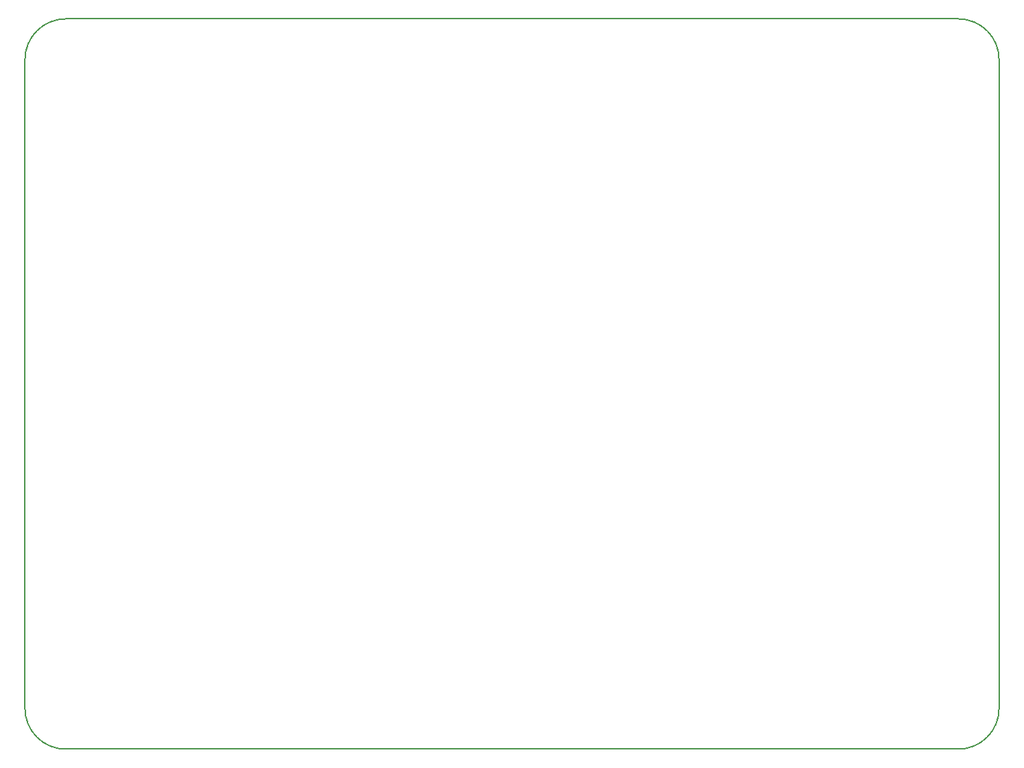
<source format=gbr>
G04 #@! TF.GenerationSoftware,KiCad,Pcbnew,(5.0.0)*
G04 #@! TF.CreationDate,2018-08-07T19:49:38+02:00*
G04 #@! TF.ProjectId,Palantype,50616C616E747970652E6B696361645F,rev?*
G04 #@! TF.SameCoordinates,Original*
G04 #@! TF.FileFunction,Profile,NP*
%FSLAX46Y46*%
G04 Gerber Fmt 4.6, Leading zero omitted, Abs format (unit mm)*
G04 Created by KiCad (PCBNEW (5.0.0)) date 08/07/18 19:49:38*
%MOMM*%
%LPD*%
G01*
G04 APERTURE LIST*
%ADD10C,0.150000*%
G04 APERTURE END LIST*
D10*
X51000000Y-136000000D02*
G75*
G02X46000000Y-131000000I0J5000000D01*
G01*
X51000000Y-46000000D02*
G75*
G03X46000000Y-51000000I0J-5000000D01*
G01*
X161000000Y-46000000D02*
G75*
G02X166000000Y-51000000I0J-5000000D01*
G01*
X161000000Y-136000000D02*
G75*
G03X166000000Y-131000000I0J5000000D01*
G01*
X46000000Y-131000000D02*
X46000000Y-51000000D01*
X161000000Y-136000000D02*
X51000000Y-136000000D01*
X51000000Y-46000000D02*
X161000000Y-46000000D01*
X166000000Y-51000000D02*
X166000000Y-131000000D01*
M02*

</source>
